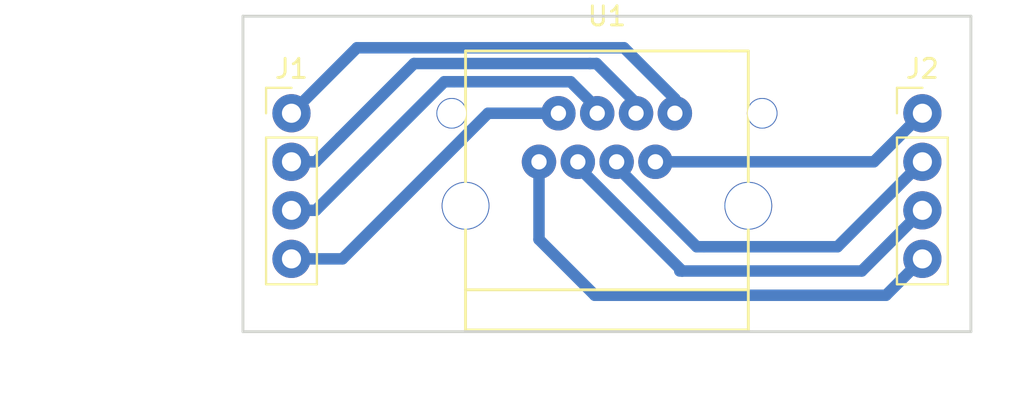
<source format=kicad_pcb>
(kicad_pcb (version 4) (host pcbnew 4.0.6)

  (general
    (links 8)
    (no_connects 0)
    (area 102.640001 99.355 156.544286 122.080001)
    (thickness 1.6)
    (drawings 6)
    (tracks 42)
    (zones 0)
    (modules 3)
    (nets 9)
  )

  (page A4)
  (layers
    (0 F.Cu signal)
    (31 B.Cu signal)
    (32 B.Adhes user)
    (33 F.Adhes user)
    (34 B.Paste user)
    (35 F.Paste user)
    (36 B.SilkS user)
    (37 F.SilkS user)
    (38 B.Mask user)
    (39 F.Mask user)
    (40 Dwgs.User user)
    (41 Cmts.User user)
    (42 Eco1.User user)
    (43 Eco2.User user)
    (44 Edge.Cuts user)
    (45 Margin user)
    (46 B.CrtYd user)
    (47 F.CrtYd user)
    (48 B.Fab user)
    (49 F.Fab user)
  )

  (setup
    (last_trace_width 0.6)
    (trace_clearance 0.2)
    (zone_clearance 0.508)
    (zone_45_only no)
    (trace_min 0.2)
    (segment_width 0.2)
    (edge_width 0.15)
    (via_size 0.8)
    (via_drill 0.4)
    (via_min_size 0.8)
    (via_min_drill 0.3)
    (uvia_size 0.3)
    (uvia_drill 0.1)
    (uvias_allowed no)
    (uvia_min_size 0.2)
    (uvia_min_drill 0.1)
    (pcb_text_width 0.3)
    (pcb_text_size 1.5 1.5)
    (mod_edge_width 0.15)
    (mod_text_size 1 1)
    (mod_text_width 0.15)
    (pad_size 2 2)
    (pad_drill 1)
    (pad_to_mask_clearance 0.2)
    (aux_axis_origin 0 0)
    (visible_elements 7FFFFFFF)
    (pcbplotparams
      (layerselection 0x01000_80000000)
      (usegerberextensions false)
      (excludeedgelayer true)
      (linewidth 0.100000)
      (plotframeref false)
      (viasonmask false)
      (mode 1)
      (useauxorigin false)
      (hpglpennumber 1)
      (hpglpenspeed 20)
      (hpglpendiameter 15)
      (hpglpenoverlay 2)
      (psnegative false)
      (psa4output false)
      (plotreference true)
      (plotvalue true)
      (plotinvisibletext false)
      (padsonsilk false)
      (subtractmaskfromsilk false)
      (outputformat 1)
      (mirror false)
      (drillshape 0)
      (scaleselection 1)
      (outputdirectory ""))
  )

  (net 0 "")
  (net 1 "Net-(J1-Pad1)")
  (net 2 "Net-(J1-Pad2)")
  (net 3 "Net-(J1-Pad3)")
  (net 4 "Net-(J1-Pad4)")
  (net 5 "Net-(J2-Pad1)")
  (net 6 "Net-(J2-Pad2)")
  (net 7 "Net-(J2-Pad3)")
  (net 8 "Net-(J2-Pad4)")

  (net_class Default "これは標準のネット クラスです。"
    (clearance 0.2)
    (trace_width 0.6)
    (via_dia 0.8)
    (via_drill 0.4)
    (uvia_dia 0.3)
    (uvia_drill 0.1)
    (add_net "Net-(J1-Pad1)")
    (add_net "Net-(J1-Pad2)")
    (add_net "Net-(J1-Pad3)")
    (add_net "Net-(J1-Pad4)")
    (add_net "Net-(J2-Pad1)")
    (add_net "Net-(J2-Pad2)")
    (add_net "Net-(J2-Pad3)")
    (add_net "Net-(J2-Pad4)")
  )

  (module Pin_Headers:Pin_Header_Straight_1x04_Pitch2.54mm (layer F.Cu) (tedit 598AA352) (tstamp 596DF977)
    (at 151.13 105.41)
    (descr "Through hole straight pin header, 1x04, 2.54mm pitch, single row")
    (tags "Through hole pin header THT 1x04 2.54mm single row")
    (path /596DFC41)
    (fp_text reference J2 (at 0 -2.33) (layer F.SilkS)
      (effects (font (size 1 1) (thickness 0.15)))
    )
    (fp_text value SOLAR_MOTOR (at 0 9.95) (layer F.Fab)
      (effects (font (size 1 1) (thickness 0.15)))
    )
    (fp_line (start -1.27 -1.27) (end -1.27 8.89) (layer F.Fab) (width 0.1))
    (fp_line (start -1.27 8.89) (end 1.27 8.89) (layer F.Fab) (width 0.1))
    (fp_line (start 1.27 8.89) (end 1.27 -1.27) (layer F.Fab) (width 0.1))
    (fp_line (start 1.27 -1.27) (end -1.27 -1.27) (layer F.Fab) (width 0.1))
    (fp_line (start -1.33 1.27) (end -1.33 8.95) (layer F.SilkS) (width 0.12))
    (fp_line (start -1.33 8.95) (end 1.33 8.95) (layer F.SilkS) (width 0.12))
    (fp_line (start 1.33 8.95) (end 1.33 1.27) (layer F.SilkS) (width 0.12))
    (fp_line (start 1.33 1.27) (end -1.33 1.27) (layer F.SilkS) (width 0.12))
    (fp_line (start -1.33 0) (end -1.33 -1.33) (layer F.SilkS) (width 0.12))
    (fp_line (start -1.33 -1.33) (end 0 -1.33) (layer F.SilkS) (width 0.12))
    (fp_line (start -1.8 -1.8) (end -1.8 9.4) (layer F.CrtYd) (width 0.05))
    (fp_line (start -1.8 9.4) (end 1.8 9.4) (layer F.CrtYd) (width 0.05))
    (fp_line (start 1.8 9.4) (end 1.8 -1.8) (layer F.CrtYd) (width 0.05))
    (fp_line (start 1.8 -1.8) (end -1.8 -1.8) (layer F.CrtYd) (width 0.05))
    (fp_text user %R (at 0 -2.33) (layer F.Fab)
      (effects (font (size 1 1) (thickness 0.15)))
    )
    (pad 1 thru_hole circle (at 0 0) (size 2 2) (drill 1) (layers *.Cu *.Mask)
      (net 5 "Net-(J2-Pad1)"))
    (pad 2 thru_hole circle (at 0 2.54) (size 2 2) (drill 1) (layers *.Cu *.Mask)
      (net 6 "Net-(J2-Pad2)"))
    (pad 3 thru_hole circle (at 0 5.08) (size 2 2) (drill 1) (layers *.Cu *.Mask)
      (net 7 "Net-(J2-Pad3)"))
    (pad 4 thru_hole circle (at 0 7.62) (size 2 2) (drill 1) (layers *.Cu *.Mask)
      (net 8 "Net-(J2-Pad4)"))
    (model ${KISYS3DMOD}/Pin_Headers.3dshapes/Pin_Header_Straight_1x04_Pitch2.54mm.wrl
      (at (xyz 0 -0.15 0))
      (scale (xyz 1 1 1))
      (rotate (xyz 0 0 90))
    )
  )

  (module Pin_Headers:Pin_Header_Straight_1x04_Pitch2.54mm (layer F.Cu) (tedit 598AA333) (tstamp 596DF96F)
    (at 118.11 105.41)
    (descr "Through hole straight pin header, 1x04, 2.54mm pitch, single row")
    (tags "Through hole pin header THT 1x04 2.54mm single row")
    (path /596DFA45)
    (fp_text reference J1 (at 0 -2.33) (layer F.SilkS)
      (effects (font (size 1 1) (thickness 0.15)))
    )
    (fp_text value I2C (at 0 9.95) (layer F.Fab)
      (effects (font (size 1 1) (thickness 0.15)))
    )
    (fp_line (start -1.27 -1.27) (end -1.27 8.89) (layer F.Fab) (width 0.1))
    (fp_line (start -1.27 8.89) (end 1.27 8.89) (layer F.Fab) (width 0.1))
    (fp_line (start 1.27 8.89) (end 1.27 -1.27) (layer F.Fab) (width 0.1))
    (fp_line (start 1.27 -1.27) (end -1.27 -1.27) (layer F.Fab) (width 0.1))
    (fp_line (start -1.33 1.27) (end -1.33 8.95) (layer F.SilkS) (width 0.12))
    (fp_line (start -1.33 8.95) (end 1.33 8.95) (layer F.SilkS) (width 0.12))
    (fp_line (start 1.33 8.95) (end 1.33 1.27) (layer F.SilkS) (width 0.12))
    (fp_line (start 1.33 1.27) (end -1.33 1.27) (layer F.SilkS) (width 0.12))
    (fp_line (start -1.33 0) (end -1.33 -1.33) (layer F.SilkS) (width 0.12))
    (fp_line (start -1.33 -1.33) (end 0 -1.33) (layer F.SilkS) (width 0.12))
    (fp_line (start -1.8 -1.8) (end -1.8 9.4) (layer F.CrtYd) (width 0.05))
    (fp_line (start -1.8 9.4) (end 1.8 9.4) (layer F.CrtYd) (width 0.05))
    (fp_line (start 1.8 9.4) (end 1.8 -1.8) (layer F.CrtYd) (width 0.05))
    (fp_line (start 1.8 -1.8) (end -1.8 -1.8) (layer F.CrtYd) (width 0.05))
    (fp_text user %R (at 0 -2.33) (layer F.Fab)
      (effects (font (size 1 1) (thickness 0.15)))
    )
    (pad 1 thru_hole circle (at 0 0) (size 2 2) (drill 1) (layers *.Cu *.Mask)
      (net 1 "Net-(J1-Pad1)"))
    (pad 2 thru_hole circle (at 0 2.54) (size 2 2) (drill 1) (layers *.Cu *.Mask)
      (net 2 "Net-(J1-Pad2)"))
    (pad 3 thru_hole circle (at 0 5.08) (size 2 2) (drill 1) (layers *.Cu *.Mask)
      (net 3 "Net-(J1-Pad3)"))
    (pad 4 thru_hole circle (at 0 7.62) (size 2 2) (drill 1) (layers *.Cu *.Mask)
      (net 4 "Net-(J1-Pad4)"))
    (model ${KISYS3DMOD}/Pin_Headers.3dshapes/Pin_Header_Straight_1x04_Pitch2.54mm.wrl
      (at (xyz 0 -0.15 0))
      (scale (xyz 1 1 1))
      (rotate (xyz 0 0 90))
    )
  )

  (module kicad-lib-RJ45:7810-8P8C (layer F.Cu) (tedit 598A7AE1) (tstamp 598AA103)
    (at 134.62 107.95)
    (path /596DF6C3)
    (fp_text reference U1 (at 0 -7.62) (layer F.SilkS)
      (effects (font (size 1 1) (thickness 0.15)))
    )
    (fp_text value 7810-8P8C (at 0 7.62) (layer F.Fab)
      (effects (font (size 1 1) (thickness 0.15)))
    )
    (fp_line (start -7.4 6.7) (end 7.4 6.7) (layer F.SilkS) (width 0.15))
    (fp_line (start -7.4 8.8) (end 7.4 8.8) (layer F.SilkS) (width 0.15))
    (fp_line (start 6.4 -5.8) (end 7.4 -5.8) (layer F.SilkS) (width 0.15))
    (fp_line (start 7.4 -5.8) (end 7.4 8.8) (layer F.SilkS) (width 0.15))
    (fp_line (start 6.4 -5.8) (end -7.4 -5.8) (layer F.SilkS) (width 0.15))
    (fp_line (start -7.4 -5.8) (end -7.4 8.8) (layer F.SilkS) (width 0.15))
    (pad 1 thru_hole circle (at 3.556 -2.54) (size 1.8 1.8) (drill 0.8) (layers *.Cu *.Mask)
      (net 1 "Net-(J1-Pad1)"))
    (pad 2 thru_hole circle (at 2.54 0) (size 1.8 1.8) (drill 0.8) (layers *.Cu *.Mask)
      (net 5 "Net-(J2-Pad1)"))
    (pad 3 thru_hole circle (at 1.524 -2.54) (size 1.8 1.8) (drill 0.8) (layers *.Cu *.Mask)
      (net 2 "Net-(J1-Pad2)"))
    (pad 4 thru_hole circle (at 0.508 0) (size 1.8 1.8) (drill 0.8) (layers *.Cu *.Mask)
      (net 6 "Net-(J2-Pad2)"))
    (pad 5 thru_hole circle (at -0.508 -2.54) (size 1.8 1.8) (drill 0.8) (layers *.Cu *.Mask)
      (net 3 "Net-(J1-Pad3)"))
    (pad 6 thru_hole circle (at -1.524 0) (size 1.8 1.8) (drill 0.8) (layers *.Cu *.Mask)
      (net 7 "Net-(J2-Pad3)"))
    (pad 7 thru_hole circle (at -2.54 -2.54) (size 1.8 1.8) (drill 0.8) (layers *.Cu *.Mask)
      (net 4 "Net-(J1-Pad4)"))
    (pad 8 thru_hole circle (at -3.556 0) (size 1.8 1.8) (drill 0.8) (layers *.Cu *.Mask)
      (net 8 "Net-(J2-Pad4)"))
    (pad "" np_thru_hole circle (at -8.125 -2.54) (size 1.6 1.6) (drill 1.5) (layers *.Cu *.Mask))
    (pad "" np_thru_hole circle (at 8.125 -2.54) (size 1.6 1.6) (drill 1.5) (layers *.Cu *.Mask))
    (pad "" np_thru_hole circle (at -7.4 2.3) (size 2.5 2.5) (drill 2.4) (layers *.Cu *.Mask))
    (pad "" np_thru_hole circle (at 7.4 2.3) (size 2.5 2.5) (drill 2.4) (layers *.Cu *.Mask))
  )

  (dimension 16.51 (width 0.3) (layer Dwgs.User)
    (gr_text "16.510 mm" (at 109.14 108.585 90) (layer Dwgs.User)
      (effects (font (size 1.5 1.5) (thickness 0.3)))
    )
    (feature1 (pts (xy 115.57 100.33) (xy 107.79 100.33)))
    (feature2 (pts (xy 115.57 116.84) (xy 107.79 116.84)))
    (crossbar (pts (xy 110.49 116.84) (xy 110.49 100.33)))
    (arrow1a (pts (xy 110.49 100.33) (xy 111.076421 101.456504)))
    (arrow1b (pts (xy 110.49 100.33) (xy 109.903579 101.456504)))
    (arrow2a (pts (xy 110.49 116.84) (xy 111.076421 115.713496)))
    (arrow2b (pts (xy 110.49 116.84) (xy 109.903579 115.713496)))
  )
  (dimension 38.1 (width 0.3) (layer Dwgs.User)
    (gr_text "38.100 mm" (at 134.62 120.73) (layer Dwgs.User)
      (effects (font (size 1.5 1.5) (thickness 0.3)))
    )
    (feature1 (pts (xy 153.67 116.84) (xy 153.67 122.08)))
    (feature2 (pts (xy 115.57 116.84) (xy 115.57 122.08)))
    (crossbar (pts (xy 115.57 119.38) (xy 153.67 119.38)))
    (arrow1a (pts (xy 153.67 119.38) (xy 152.543496 119.966421)))
    (arrow1b (pts (xy 153.67 119.38) (xy 152.543496 118.793579)))
    (arrow2a (pts (xy 115.57 119.38) (xy 116.696504 119.966421)))
    (arrow2b (pts (xy 115.57 119.38) (xy 116.696504 118.793579)))
  )
  (gr_line (start 115.57 100.33) (end 115.57 116.84) (angle 90) (layer Edge.Cuts) (width 0.15))
  (gr_line (start 153.67 100.33) (end 115.57 100.33) (angle 90) (layer Edge.Cuts) (width 0.15))
  (gr_line (start 153.67 116.84) (end 153.67 100.33) (angle 90) (layer Edge.Cuts) (width 0.15))
  (gr_line (start 115.57 116.84) (end 153.67 116.84) (angle 90) (layer Edge.Cuts) (width 0.15))

  (segment (start 138.176 105.41) (end 138.176 104.648) (width 0.6) (layer B.Cu) (net 1))
  (segment (start 138.176 104.648) (end 135.509 101.981) (width 0.6) (layer B.Cu) (net 1) (tstamp 598AA2C0))
  (segment (start 135.509 101.981) (end 121.539 101.981) (width 0.6) (layer B.Cu) (net 1) (tstamp 596DFCEE))
  (segment (start 118.11 105.41) (end 121.539 101.981) (width 0.6) (layer B.Cu) (net 1) (tstamp 596DFCC5))
  (segment (start 136.144 105.41) (end 136.144 104.876502) (width 0.6) (layer B.Cu) (net 2))
  (segment (start 136.144 104.876502) (end 134.073998 102.8065) (width 0.6) (layer B.Cu) (net 2) (tstamp 598AA2B0))
  (segment (start 133.731 102.8065) (end 134.073998 102.8065) (width 0.6) (layer B.Cu) (net 2))
  (segment (start 119.38 107.95) (end 120.65 106.68) (width 0.6) (layer B.Cu) (net 2) (tstamp 596DF9B9))
  (segment (start 118.11 107.95) (end 119.38 107.95) (width 0.6) (layer B.Cu) (net 2))
  (segment (start 124.5235 102.8065) (end 120.65 106.68) (width 0.6) (layer B.Cu) (net 2) (tstamp 596DFCB6))
  (segment (start 133.731 102.8065) (end 124.5235 102.8065) (width 0.6) (layer B.Cu) (net 2) (tstamp 596DFCD2))
  (segment (start 134.112 105.41) (end 134.112 105.156) (width 0.6) (layer B.Cu) (net 3))
  (segment (start 134.112 105.156) (end 132.715 103.759) (width 0.6) (layer B.Cu) (net 3) (tstamp 598AA29F))
  (segment (start 132.461 103.759) (end 132.715 103.759) (width 0.6) (layer B.Cu) (net 3))
  (segment (start 132.334 103.759) (end 132.461 103.759) (width 0.6) (layer B.Cu) (net 3))
  (segment (start 119.38 110.49) (end 121.92 107.95) (width 0.6) (layer B.Cu) (net 3) (tstamp 596DF9C1))
  (segment (start 118.11 110.49) (end 119.38 110.49) (width 0.6) (layer B.Cu) (net 3))
  (segment (start 132.334 103.759) (end 126.619 103.759) (width 0.6) (layer B.Cu) (net 3) (tstamp 596DFC8F))
  (segment (start 126.111 103.759) (end 121.92 107.95) (width 0.6) (layer B.Cu) (net 3) (tstamp 596DFC9F))
  (segment (start 126.619 103.759) (end 126.111 103.759) (width 0.6) (layer B.Cu) (net 3))
  (segment (start 132.08 105.41) (end 128.397 105.41) (width 0.6) (layer B.Cu) (net 4))
  (segment (start 120.777 113.03) (end 118.11 113.03) (width 0.6) (layer B.Cu) (net 4) (tstamp 596DFC84))
  (segment (start 128.397 105.41) (end 123.5075 110.2995) (width 0.6) (layer B.Cu) (net 4) (tstamp 596DFC6D))
  (segment (start 123.5075 110.2995) (end 120.777 113.03) (width 0.6) (layer B.Cu) (net 4))
  (segment (start 131.445 105.41) (end 131.445 105.321002) (width 0.6) (layer B.Cu) (net 4))
  (segment (start 137.16 107.95) (end 148.59 107.95) (width 0.6) (layer B.Cu) (net 5))
  (segment (start 148.59 107.95) (end 151.13 105.41) (width 0.6) (layer B.Cu) (net 5) (tstamp 596DFD45))
  (segment (start 135.128 107.95) (end 135.128 108.204) (width 0.6) (layer B.Cu) (net 6))
  (segment (start 135.128 108.204) (end 139.319 112.395) (width 0.6) (layer B.Cu) (net 6) (tstamp 598AA272))
  (segment (start 139.319 112.395) (end 139.7 112.395) (width 0.6) (layer B.Cu) (net 6) (tstamp 598AA279))
  (segment (start 151.13 107.95) (end 146.685 112.395) (width 0.6) (layer B.Cu) (net 6))
  (segment (start 146.685 112.395) (end 139.7 112.395) (width 0.6) (layer B.Cu) (net 6) (tstamp 596DFD53))
  (segment (start 133.096 107.95) (end 133.096 108.204) (width 0.6) (layer B.Cu) (net 7))
  (segment (start 133.096 108.204) (end 138.557 113.665) (width 0.6) (layer B.Cu) (net 7) (tstamp 598AA264))
  (segment (start 151.13 110.49) (end 147.955 113.665) (width 0.6) (layer B.Cu) (net 7))
  (segment (start 147.955 113.665) (end 138.557 113.665) (width 0.6) (layer B.Cu) (net 7) (tstamp 596DFD5E))
  (segment (start 138.557 113.665) (end 138.43 113.665) (width 0.6) (layer B.Cu) (net 7) (tstamp 598AA26B))
  (segment (start 137.16 114.935) (end 133.985 114.935) (width 0.6) (layer B.Cu) (net 8))
  (segment (start 149.225 114.935) (end 137.16 114.935) (width 0.6) (layer B.Cu) (net 8) (tstamp 596DFD6A))
  (segment (start 151.13 113.03) (end 149.225 114.935) (width 0.6) (layer B.Cu) (net 8))
  (segment (start 131.064 112.014) (end 131.064 107.95) (width 0.6) (layer B.Cu) (net 8) (tstamp 598AA25E))
  (segment (start 133.985 114.935) (end 131.064 112.014) (width 0.6) (layer B.Cu) (net 8) (tstamp 598AA252))

)

</source>
